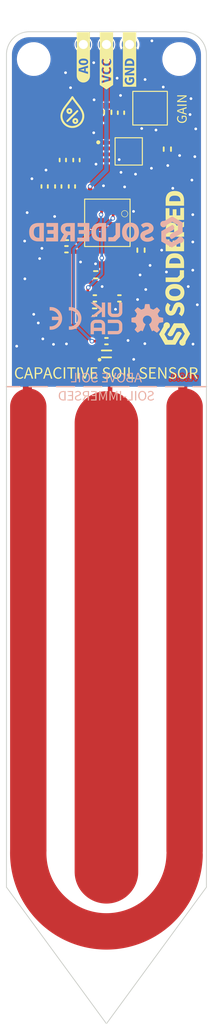
<source format=kicad_pcb>
(kicad_pcb (version 20211014) (generator pcbnew)
  (title_block (title "Capacitive soil sensor") (date "2022-11-10") (rev "V2.0.0.") (company "SOLDERED") (comment 1 "333098"))
  (layers (0 "F.Cu" signal) (31 "B.Cu" signal) (34 "B.Paste" user) (35 "F.Paste" user) (36 "B.SilkS" user "B.Silkscreen") (37 "F.SilkS" user "F.Silkscreen") (38 "B.Mask" user) (39 "F.Mask" user) (44 "Edge.Cuts" user))
  (net 0 "")
  (net 1 "VSEN")
  (net 2 "GND")
  (net 3 "Net-(C2-Pad2)")
  (net 4 "Net-(C7-Pad1)")
  (net 5 "VCC")
  (net 6 "Net-(C4-Pad2)")
  (net 7 "Net-(D1-Pad1)")
  (net 8 "Net-(R2-Pad2)")
  (net 9 "OUT")
  (net 10 "Net-(R3-Pad1)")
  (net 11 "IN+")
  (net 12 "Net-(R6-Pad1)")
  (net 13 "IN-")
  (net 14 "Net-(R10-Pad2)")
  (net 15 "Net-(U2-Pad6)")
  (footprint "e-radionica.com footprinti:0603R" (layer "F.Cu") (at 93.3 65.1 90)
    (fp_text reference "R5")
    (fp_text value "10k")
    (pad "1" smd rect locked (at -0.775 0 180) (size 1 0.64) (layers "F.Cu" "F.Paste" "F.Mask") (net 1 "VSEN"))
    (pad "2" smd rect locked (at 0.775 0 180) (size 1 0.64) (layers "F.Cu" "F.Paste" "F.Mask") (net 11 "IN+"))
  )
  (footprint "kibuzzard-640EEC1D" (layer "F.Cu") (at 94.56 50.875 90)
    (fp_text reference "kibuzzard-640EEC1D" hide)
    (fp_text value "G***" hide)
  )
  (footprint "Soldered Graphics:Logo-Back-UKCA-3.5mm" (layer "F.Cu") (at 97.1 79.6)
    (fp_text reference "REF**" hide)
    (fp_text value "Logo-Back-UKCA-3.5mm" hide)
  )
  (footprint "e-radionica.com footprinti:MSOP-8" (layer "F.Cu") (at 99.55 61.25 -90)
    (fp_text reference "U2")
    (fp_text value "SGM358YMS/TR")
    (pad "1" smd rect (at -0.975 2.4) (size 1.02 0.41) (layers "F.Cu" "F.Paste" "F.Mask") (net 9 "OUT"))
    (pad "2" smd rect (at -0.325 2.4) (size 1.02 0.41) (layers "F.Cu" "F.Paste" "F.Mask") (net 13 "IN-"))
    (pad "3" smd rect (at 0.325 2.4) (size 1.02 0.41) (layers "F.Cu" "F.Paste" "F.Mask") (net 11 "IN+"))
    (pad "4" smd rect (at 0.975 2.4) (size 1.02 0.41) (layers "F.Cu" "F.Paste" "F.Mask") (net 2 "GND"))
    (pad "5" smd rect (at 0.975 -2.4) (size 1.02 0.41) (layers "F.Cu" "F.Paste" "F.Mask") (net 2 "GND"))
    (pad "6" smd rect (at 0.325 -2.4) (size 1.02 0.41) (layers "F.Cu" "F.Paste" "F.Mask") (net 15 "Net-(U2-Pad6)"))
    (pad "7" smd rect (at -0.325 -2.4) (size 1.02 0.41) (layers "F.Cu" "F.Paste" "F.Mask") (net 15 "Net-(U2-Pad6)"))
    (pad "8" smd rect (at -0.975 -2.4) (size 1.02 0.41) (layers "F.Cu" "F.Paste" "F.Mask") (net 5 "VCC"))
  )
  (footprint "Soldered Graphics:Logo-Back-SolderedFULL-17mm" (layer "F.Cu") (at 97.1 70.1)
    (fp_text reference "REF**" hide)
    (fp_text value "Logo-Front-SolderedFULL-17mm" hide)
  )
  (footprint "e-radionica.com footprinti:0603C" (layer "F.Cu") (at 103.8 61 -90)
    (fp_text reference "C8")
    (fp_text value "100n")
    (pad "1" smd rect locked (at -0.73 0 270) (size 0.66 1) (layers "F.Cu" "F.Paste" "F.Mask") (net 5 "VCC"))
    (pad "2" smd rect locked (at 0.73 0 270) (size 0.66 1) (layers "F.Cu" "F.Paste" "F.Mask") (net 2 "GND"))
  )
  (footprint "kibuzzard-640EEC4D" (layer "F.Cu") (at 99.64 51.1 90)
    (fp_text reference "kibuzzard-640EEC4D" hide)
    (fp_text value "G***" hide)
  )
  (footprint "e-radionica.com footprinti:0603R" (layer "F.Cu") (at 92.3 62.195 90)
    (fp_text reference "R11")
    (fp_text value "47k")
    (pad "1" smd rect locked (at -0.775 0 180) (size 1 0.64) (layers "F.Cu" "F.Paste" "F.Mask") (net 14 "Net-(R10-Pad2)"))
    (pad "2" smd rect locked (at 0.775 0 180) (size 1 0.64) (layers "F.Cu" "F.Paste" "F.Mask") (net 9 "OUT"))
  )
  (footprint "e-radionica.com footprinti:FIDUCIAL_23" (layer "F.Cu") (at 88.775 55.775)
    (fp_text reference "FD1")
    (fp_text value "FIDUCIAL")
    (fp_circle (center 0 0) (end 1 0) (layer "F.Cu") (width 0.2) (fill none))
    (pad "1" smd circle (at 0 0) (size 1 1) (layers "F.Cu" "F.Paste" "F.Mask") (clearance 1.1))
  )
  (footprint "e-radionica.com footprinti:0603R" (layer "F.Cu") (at 92.7 72 180)
    (fp_text reference "R1")
    (fp_text value "1M")
    (pad "1" smd rect locked (at -0.775 0 270) (size 1 0.64) (layers "F.Cu" "F.Paste" "F.Mask") (net 1 "VSEN"))
    (pad "2" smd rect locked (at 0.775 0 270) (size 1 0.64) (layers "F.Cu" "F.Paste" "F.Mask") (net 2 "GND"))
  )
  (footprint "kibuzzard-640EEC23" (layer "F.Cu") (at 97.1 51.25 90)
    (fp_text reference "kibuzzard-640EEC23" hide)
    (fp_text value "G***" hide)
  )
  (footprint "e-radionica.com footprinti:0603C" (layer "F.Cu") (at 100.9 72.1 90)
    (fp_text reference "C3")
    (fp_text value "100n")
    (pad "1" smd rect locked (at -0.73 0 90) (size 0.66 1) (layers "F.Cu" "F.Paste" "F.Mask") (net 2 "GND"))
    (pad "2" smd rect locked (at 0.73 0 90) (size 0.66 1) (layers "F.Cu" "F.Paste" "F.Mask") (net 5 "VCC"))
  )
  (footprint "Soldered Graphics:Logo-Back-OSH-3.5mm" (layer "F.Cu") (at 101.6 79.6)
    (fp_text reference "G***" hide)
    (fp_text value "LOGO" hide)
  )
  (footprint "e-radionica.com footprinti:SOIC−8" (layer "F.Cu") (at 97.2 69.1 -90)
    (fp_text reference "U1")
    (fp_text value "TLC555CD")
    (pad "1" smd rect locked (at -2.6 -1.905 270) (size 1.55 0.6) (layers "F.Cu" "F.Paste" "F.Mask") (net 2 "GND"))
    (pad "2" smd rect locked (at -2.6 -0.635 270) (size 1.55 0.6) (layers "F.Cu" "F.Paste" "F.Mask") (net 6 "Net-(C4-Pad2)"))
    (pad "3" smd rect locked (at -2.6 0.635 270) (size 1.55 0.6) (layers "F.Cu" "F.Paste" "F.Mask") (net 8 "Net-(R2-Pad2)"))
    (pad "4" smd rect locked (at -2.6 1.905 270) (size 1.55 0.6) (layers "F.Cu" "F.Paste" "F.Mask") (net 5 "VCC"))
    (pad "5" smd rect locked (at 2.6 1.905 270) (size 1.55 0.6) (layers "F.Cu" "F.Paste" "F.Mask") (net 3 "Net-(C2-Pad2)"))
    (pad "6" smd rect locked (at 2.6 0.635 270) (size 1.55 0.6) (layers "F.Cu" "F.Paste" "F.Mask") (net 6 "Net-(C4-Pad2)"))
    (pad "7" smd rect locked (at 2.6 -0.635 270) (size 1.55 0.6) (layers "F.Cu" "F.Paste" "F.Mask") (net 10 "Net-(R3-Pad1)"))
    (pad "8" smd rect locked (at 2.6 -1.905 270) (size 1.55 0.6) (layers "F.Cu" "F.Paste" "F.Mask") (net 5 "VCC"))
  )
  (footprint "e-radionica.com footprinti:0603C" (layer "F.Cu") (at 97.25 56.95 -90)
    (fp_text reference "C7")
    (fp_text value "100n")
    (pad "1" smd rect locked (at -0.73 0 270) (size 0.66 1) (layers "F.Cu" "F.Paste" "F.Mask") (net 4 "Net-(C7-Pad1)"))
    (pad "2" smd rect locked (at 0.73 0 270) (size 0.66 1) (layers "F.Cu" "F.Paste" "F.Mask") (net 2 "GND"))
  )
  (footprint "e-radionica.com footprinti:SOD-323" (layer "F.Cu") (at 97.1 83.503198 180)
    (fp_text reference "D1")
    (fp_text value "BAT20J")
    (pad "1" smd rect locked (at -1.1 0 180) (size 0.8 0.5) (layers "F.Cu" "F.Paste" "F.Mask") (net 7 "Net-(D1-Pad1)"))
    (pad "2" smd rect locked (at 1.1 0 180) (size 0.8 0.5) (layers "F.Cu" "F.Paste" "F.Mask") (net 1 "VSEN"))
  )
  (footprint "e-radionica.com footprinti:tc33x-2-103e" (layer "F.Cu") (at 101.9 56.5 90)
    (fp_text reference "R8")
    (fp_text value "tc33x-2-103e")
    (pad "1" smd rect (at -1 1.8 90) (size 1.2 1.2) (layers "F.Cu" "F.Paste" "F.Mask") (net 5 "VCC"))
    (pad "2" smd rect (at 0 -1.45 90) (size 1.6 1.5) (layers "F.Cu" "F.Paste" "F.Mask") (net 4 "Net-(C7-Pad1)"))
    (pad "3" smd rect (at 1 1.8 90) (size 1.2 1.2) (layers "F.Cu" "F.Paste" "F.Mask") (net 2 "GND"))
  )
  (footprint "e-radionica.com footprinti:0603R" (layer "F.Cu") (at 97.1 82.1 180)
    (fp_text reference "R2")
    (fp_text value "10K")
    (pad "1" smd rect locked (at -0.775 0 270) (size 1 0.64) (layers "F.Cu" "F.Paste" "F.Mask") (net 7 "Net-(D1-Pad1)"))
    (pad "2" smd rect locked (at 0.775 0 270) (size 1 0.64) (layers "F.Cu" "F.Paste" "F.Mask") (net 8 "Net-(R2-Pad2)"))
  )
  (footprint "e-radionica.com footprinti:0603R" (layer "F.Cu") (at 95.825 77.4 180)
    (fp_text reference "R4")
    (fp_text value "1K6")
    (pad "1" smd rect locked (at -0.775 0 270) (size 1 0.64) (layers "F.Cu" "F.Paste" "F.Mask") (net 10 "Net-(R3-Pad1)"))
    (pad "2" smd rect locked (at 0.775 0 270) (size 1 0.64) (layers "F.Cu" "F.Paste" "F.Mask") (net 6 "Net-(C4-Pad2)"))
  )
  (footprint "e-radionica.com footprinti:0603R" (layer "F.Cu") (at 91.8 65.1 90)
    (fp_text reference "R6")
    (fp_text value "47k")
    (pad "1" smd rect locked (at -0.775 0 180) (size 1 0.64) (layers "F.Cu" "F.Paste" "F.Mask") (net 12 "Net-(R6-Pad1)"))
    (pad "2" smd rect locked (at 0.775 0 180) (size 1 0.64) (layers "F.Cu" "F.Paste" "F.Mask") (net 11 "IN+"))
  )
  (footprint "e-radionica.com footprinti:0603R" (layer "F.Cu") (at 93.8 62.2 -90)
    (fp_text reference "R10")
    (fp_text value "100k")
    (pad "1" smd rect locked (at -0.775 0) (size 1 0.64) (layers "F.Cu" "F.Paste" "F.Mask") (net 13 "IN-"))
    (pad "2" smd rect locked (at 0.775 0) (size 1 0.64) (layers "F.Cu" "F.Paste" "F.Mask") (net 14 "Net-(R10-Pad2)"))
  )
  (footprint "Soldered Graphics:Symbol-Front-Humidity" (layer "F.Cu") (at 93.35 56.925)
    (fp_text reference "G***" hide)
    (fp_text value "LOGO" hide)
  )
  (footprint "e-radionica.com footprinti:PAD_2x1.5" (layer "F.Cu") (at 97.1 90.85)
    (fp_text reference "PAD1")
    (fp_text value "PAD_2x1.5")
    (pad "1" smd rect (at 0 0) (size 2 1.5) (layers "F.Cu") (net 7 "Net-(D1-Pad1)"))
  )
  (footprint "e-radionica.com footprinti:0603R" (layer "F.Cu") (at 98.7 57 -90)
    (fp_text reference "R9")
    (fp_text value "10k")
    (pad "1" smd rect locked (at -0.775 0) (size 1 0.64) (layers "F.Cu" "F.Paste" "F.Mask") (net 4 "Net-(C7-Pad1)"))
    (pad "2" smd rect locked (at 0.775 0) (size 1 0.64) (layers "F.Cu" "F.Paste" "F.Mask") (net 13 "IN-"))
  )
  (footprint "kibuzzard-640EEBBD" (layer "F.Cu") (at 97.1 85.6)
    (fp_text reference "kibuzzard-640EEBBD" hide)
    (fp_text value "G***" hide)
  )
  (footprint "e-radionica.com footprinti:0603C" (layer "F.Cu") (at 95.8 78.9 180)
    (fp_text reference "C4")
    (fp_text value "470p")
    (pad "1" smd rect locked (at -0.73 0 180) (size 0.66 1) (layers "F.Cu" "F.Paste" "F.Mask") (net 2 "GND"))
    (pad "2" smd rect locked (at 0.73 0 180) (size 0.66 1) (layers "F.Cu" "F.Paste" "F.Mask") (net 6 "Net-(C4-Pad2)"))
  )
  (footprint "e-radionica.com footprinti:HOLE_3.2mm" (layer "F.Cu") (at 89.1 51.1)
    (fp_text reference "H1" hide)
    (fp_text value "HOLE_3.2mm" hide)
    (pad "" np_thru_hole circle locked (at 0 0) (size 3.2 3.2) (drill 3.2) (layers F&B.Cu *.Mask))
  )
  (footprint "Soldered Graphics:Logo-Front-SolderedFULL-17mm" (layer "F.Cu") (at 104.6 74.1 90)
    (fp_text reference "REF**" hide)
    (fp_text value "Logo-Front-SolderedFULL-17mm" hide)
  )
  (footprint "e-radionica.com footprinti:PAD_2x1.5" (layer "F.Cu") (at 105.6 91)
    (fp_text reference "PAD2")
    (fp_text value "PAD_2x1.5")
    (pad "1" smd rect (at 0 0) (size 2 1.5) (layers "F.Cu") (net 2 "GND"))
  )
  (footprint "Soldered Graphics:Logo-Back-CE-3.5mm" (layer "F.Cu") (at 92.6 79.6)
    (fp_text reference "REF**" hide)
    (fp_text value "Logo-Back-CE-3.5mm" hide)
  )
  (footprint "e-radionica.com footprinti:0603R" (layer "F.Cu") (at 90.3 65.1 -90)
    (fp_text reference "R7")
    (fp_text value "100k")
    (pad "1" smd rect locked (at -0.775 0) (size 1 0.64) (layers "F.Cu" "F.Paste" "F.Mask") (net 2 "GND"))
    (pad "2" smd rect locked (at 0.775 0) (size 1 0.64) (layers "F.Cu" "F.Paste" "F.Mask") (net 12 "Net-(R6-Pad1)"))
  )
  (footprint "e-radionica.com footprinti:HOLE_3.2mm" (layer "F.Cu") (at 105.1 51.1)
    (fp_text reference "H2" hide)
    (fp_text value "HOLE_3.2mm" hide)
    (pad "" np_thru_hole circle locked (at 0 0) (size 3.2 3.2) (drill 3.2) (layers F&B.Cu *.Mask))
  )
  (footprint "e-radionica.com footprinti:0603C" (layer "F.Cu") (at 95.925 74.8 180)
    (fp_text reference "C2")
    (fp_text value "10n")
    (pad "1" smd rect locked (at -0.73 0 180) (size 0.66 1) (layers "F.Cu" "F.Paste" "F.Mask") (net 2 "GND"))
    (pad "2" smd rect locked (at 0.73 0 180) (size 0.66 1) (layers "F.Cu" "F.Paste" "F.Mask") (net 3 "Net-(C2-Pad2)"))
  )
  (footprint "kibuzzard-64D67540" (layer "F.Cu") (at 105.4 56.6 90)
    (fp_text reference "kibuzzard-64D67540" hide)
    (fp_text value "G***" hide)
  )
  (footprint "e-radionica.com footprinti:0603C" (layer "F.Cu") (at 92.7 70.6 180)
    (fp_text reference "C1")
    (fp_text value "1u")
    (pad "1" smd rect locked (at -0.73 0 180) (size 0.66 1) (layers "F.Cu" "F.Paste" "F.Mask") (net 1 "VSEN"))
    (pad "2" smd rect locked (at 0.73 0 180) (size 0.66 1) (layers "F.Cu" "F.Paste" "F.Mask") (net 2 "GND"))
  )
  (footprint "e-radionica.com footprinti:0603R" (layer "F.Cu") (at 98.525 77.4)
    (fp_text reference "R3")
    (fp_text value "330R")
    (pad "1" smd rect locked (at -0.775 0 90) (size 1 0.64) (layers "F.Cu" "F.Paste" "F.Mask") (net 10 "Net-(R3-Pad1)"))
    (pad "2" smd rect locked (at 0.775 0 90) (size 1 0.64) (layers "F.Cu" "F.Paste" "F.Mask") (net 5 "VCC"))
  )
  (footprint "e-radionica.com footprinti:HEADER_MALE_3X1" (layer "B.Cu") (at 97.1 49.5)
    (fp_text reference "K1")
    (fp_text value "HEADER_MALE_3X1")
    (pad "1" thru_hole circle (at -2.54 0) (size 1.7 1.7) (drill 1) (layers *.Cu *.Mask) (net 9 "OUT"))
    (pad "2" thru_hole circle (at 0 0) (size 1.7 1.7) (drill 1) (layers *.Cu *.Mask) (net 5 "VCC"))
    (pad "3" thru_hole circle (at 2.54 0) (size 1.7 1.7) (drill 1) (layers *.Cu *.Mask) (net 2 "GND"))
  )
  (footprint "kibuzzard-640EEB9C" (layer "B.Cu") (at 97.1 86.1 180)
    (fp_text reference "kibuzzard-640EEB9C" hide)
    (fp_text value "G***" hide)
  )
  (footprint "kibuzzard-64D5F0BC" (layer "B.Cu") (at 97.1 88.1 180)
    (fp_text reference "kibuzzard-64D5F0BC" hide)
    (fp_text value "G***" hide)
  )
  (footprint "Soldered Graphics:Version2.0.0." (layer "B.Cu") (at 105.6 86.1 180)
    (fp_text reference "REF**" hide)
    (fp_text value "Version2.0.0." hide)
    (fp_poly (pts (xy -1.36 -0.31) (xy -1.3 -0.31) (xy -1.27 -0.27) (xy -1.12 0.14) (xy -1.14 0.17) (xy -1.19 0.17) (xy -1.22 0.14) (xy -1.31 -0.12) (xy -1.33 -0.17) (xy -1.35 -0.13) (xy -1.44 0.13) (xy -1.47 0.17) (xy -1.52 0.17) (xy -1.54 0.14) (xy -1.39 -0.27) (xy -1.36 -0.31)) (layer "B.Cu") (width 0.01) (fill solid))
    (fp_poly (pts (xy -0.86 -0.31) (xy -0.53 -0.31) (xy -0.49 -0.29) (xy -0.49 -0.24) (xy -0.53 -0.23) (xy -0.75 -0.23) (xy -0.74 -0.19) (xy -0.57 0.02) (xy -0.54 0.07) (xy -0.52 0.12) (xy -0.5 0.17) (xy -0.5 0.22) (xy -0.51 0.28) (xy -0.52 0.33) (xy -0.55 0.36) (xy -0.6 0.4) (xy -0.65 0.42) (xy -0.71 0.42) (xy -0.77 0.4) (xy -0.81 0.36) (xy -0.84 0.33) (xy -0.86 0.28) (xy -0.87 0.23) (xy -0.86 0.18) (xy -0.8 0.18) (xy -0.78 0.22) (xy -0.77 0.27) (xy -0.74 0.31) (xy -0.69 0.33) (xy -0.64 0.33) (xy -0.6 0.28) (xy -0.59 0.23) (xy -0.6 0.18) (xy -0.61 0.13) (xy -0.64 0.08) (xy -0.85 -0.17) (xy -0.88 -0.22) (xy -0.88 -0.27) (xy -0.86 -0.31)) (layer "B.Cu") (width 0.01) (fill solid))
    (fp_poly (pts (xy 0.16 -0.31) (xy 0.22 -0.31) (xy 0.27 -0.29) (xy 0.24 -0.24) (xy 0.14 -0.24) (xy 0.1 -0.21) (xy 0.08 -0.16) (xy 0.06 -0.11) (xy 0.06 -0.07) (xy 0.05 0.05) (xy 0.06 0.17) (xy 0.06 0.21) (xy 0.07 0.26) (xy 0.1 0.31) (xy 0.13 0.34) (xy 0.24 0.34) (xy 0.27 0.3) (xy 0.28 0.25) (xy 0.29 0.19) (xy 0.3 0.09) (xy 0.3 -0.04) (xy 0.29 -0.08) (xy 0.29 -0.13) (xy 0.27 -0.18) (xy 0.25 -0.23) (xy 0.24 -0.24) (xy 0.28 -0.28) (xy 0.32 -0.25) (xy 0.35 -0.22) (xy 0.37 -0.18) (xy 0.38 -0.12) (xy 0.39 -0.07) (xy 0.39 -0.02) (xy 0.39 0.1) (xy 0.39 0.16) (xy 0.38 0.21) (xy 0.37 0.26) (xy 0.36 0.31) (xy 0.33 0.34) (xy 0.29 0.38) (xy 0.24 0.41) (xy 0.18 0.42) (xy 0.13 0.42) (xy 0.07 0.39) (xy 0.03 0.35) (xy 0.01 0.32) (xy -0.02 0.27) (xy -0.03 0.22) (xy -0.03 0.17) (xy -0.04 0.12) (xy -0.04 0) (xy -0.04 -0.06) (xy -0.03 -0.1) (xy -0.02 -0.16) (xy 0 -0.21) (xy 0.02 -0.24) (xy 0.06 -0.28) (xy 0.12 -0.31) (xy 0.16 -0.31)) (layer "B.Cu") (width 0.01) (fill solid))
    (fp_poly (pts (xy 1.04 -0.31) (xy 1.1 -0.31) (xy 1.15 -0.29) (xy 1.12 -0.24) (xy 1.01 -0.24) (xy 0.97 -0.21) (xy 0.95 -0.16) (xy 0.94 -0.11) (xy 0.93 -0.07) (xy 0.93 0.05) (xy 0.93 0.17) (xy 0.94 0.21) (xy 0.95 0.26) (xy 0.97 0.31) (xy 1.01 0.34) (xy 1.12 0.34) (xy 1.14 0.3) (xy 1.16 0.25) (xy 1.17 0.19) (xy 1.17 0.09) (xy 1.17 -0.04) (xy 1.17 -0.08) (xy 1.16 -0.13) (xy 1.15 -0.18) (xy 1.12 -0.23) (xy 1.12 -0.24) (xy 1.15 -0.28) (xy 1.2 -0.25) (xy 1.23 -0.22) (xy 1.25 -0.18) (xy 1.26 -0.12) (xy 1.26 -0.07) (xy 1.27 -0.02) (xy 1.27 0.1) (xy 1.26 0.16) (xy 1.26 0.21) (xy 1.25 0.26) (xy 1.23 0.31) (xy 1.21 0.34) (xy 1.17 0.38) (xy 1.12 0.41) (xy 1.06 0.42) (xy 1.01 0.42) (xy 0.95 0.39) (xy 0.91 0.35) (xy 0.88 0.32) (xy 0.86 0.27) (xy 0.85 0.22) (xy 0.84 0.17) (xy 0.84 0.12) (xy 0.84 0) (xy 0.84 -0.06) (xy 0.85 -0.1) (xy 0.86 -0.16) (xy 0.88 -0.21) (xy 0.9 -0.24) (xy 0.94 -0.28) (xy 1 -0.31) (xy 1.04 -0.31)) (layer "B.Cu") (width 0.01) (fill solid))
    (fp_poly (pts (xy -0.34 -0.34) (xy -0.29 -0.34) (xy -0.23 -0.33) (xy -0.23 -0.29) (xy -0.23 -0.23) (xy -0.27 -0.22) (xy -0.32 -0.22) (xy -0.35 -0.25) (xy -0.35 -0.3) (xy -0.34 -0.34)) (layer "B.Cu") (width 0.01) (fill solid))
    (fp_poly (pts (xy 1.42 -0.34) (xy 1.47 -0.34) (xy 1.52 -0.33) (xy 1.53 -0.29) (xy 1.53 -0.23) (xy 1.48 -0.22) (xy 1.43 -0.22) (xy 1.4 -0.25) (xy 1.4 -0.3) (xy 1.42 -0.34)) (layer "B.Cu") (width 0.01) (fill solid))
    (fp_poly (pts (xy 0.54 -0.34) (xy 0.59 -0.34) (xy 0.64 -0.33) (xy 0.65 -0.29) (xy 0.65 -0.23) (xy 0.61 -0.22) (xy 0.56 -0.22) (xy 0.52 -0.25) (xy 0.52 -0.3) (xy 0.54 -0.34)) (layer "B.Cu") (width 0.01) (fill solid))
  )
  (gr_line (start 97.1 140.4) (end 97.1 91.1) (layer "F.Cu") (width 7))
  (gr_line (start 105.7 138.069599) (end 105.7 89.3) (layer "F.Cu") (width 4))
  (gr_line (start 88.5 138.069599) (end 88.5 89.3) (layer "F.Cu") (width 4))
  (gr_arc (start 105.699997 138.569597) (mid 96.849125 146.949669) (end 88.5 138.069599) (layer "F.Cu") (width 4))
  (gr_line (start 91.6 87.1) (end 93.6 87.1) (layer "B.SilkS") (width 0.15))
  (gr_line (start 86.1 87.1) (end 87.6 87.1) (layer "B.SilkS") (width 0.15))
  (gr_line (start 103.6 87.1) (end 105.6 87.1) (layer "B.SilkS") (width 0.15))
  (gr_line (start 106.6 87.1) (end 108.1 87.1) (layer "B.SilkS") (width 0.15))
  (gr_line (start 99.6 87.1) (end 97.6 87.1) (layer "B.SilkS") (width 0.15))
  (gr_line (start 100.6 87.1) (end 102.6 87.1) (layer "B.SilkS") (width 0.15))
  (gr_line (start 94.6 87.1) (end 96.6 87.1) (layer "B.SilkS") (width 0.15))
  (gr_line (start 88.6 87.1) (end 90.6 87.1) (layer "B.SilkS") (width 0.15))
  (gr_line (start 103.6 87.1) (end 105.6 87.1) (layer "F.SilkS") (width 0.15))
  (gr_line (start 88.6 87.1) (end 90.6 87.1) (layer "F.SilkS") (width 0.15))
  (gr_line (start 96.6 87.1) (end 94.6 87.1) (layer "F.SilkS") (width 0.15))
  (gr_line (start 91.6 87.1) (end 93.6 87.1) (layer "F.SilkS") (width 0.15))
  (gr_line (start 97.6 87.1) (end 99.6 87.1) (layer "F.SilkS") (width 0.15))
  (gr_line (start 86.1 87.1) (end 87.6 87.1) (layer "F.SilkS") (width 0.15))
  (gr_line (start 106.6 87.1) (end 108.1 87.1) (layer "F.SilkS") (width 0.15))
  (gr_line (start 100.6 87.1) (end 102.6 87.1) (layer "F.SilkS") (width 0.15))
  (gr_line (start 88.6 48.1) (end 105.6 48.1) (layer "Edge.Cuts") (width 0.1))
  (gr_arc (start 105.6 48.1) (mid 107.367767 48.832233) (end 108.1 50.6) (layer "Edge.Cuts") (width 0.1))
  (gr_line (start 97.1 157.1) (end 86.1 142.1) (layer "Edge.Cuts") (width 0.1))
  (gr_line (start 108.1 50.6) (end 108.1 142.1) (layer "Edge.Cuts") (width 0.1))
  (gr_arc (start 86.1 50.6) (mid 86.832233 48.832233) (end 88.6 48.1) (layer "Edge.Cuts") (width 0.1))
  (gr_line (start 86.1 142.1) (end 86.1 50.6) (layer "Edge.Cuts") (width 0.1))
  (gr_line (start 97.1 157.1) (end 108.1 142.1) (layer "Edge.Cuts") (width 0.1))
  (segment (start 93.475 66.05) (end 93.475 72) (width 0.4) (layer "F.Cu") (net 1))
  (segment (start 93.3 65.875) (end 93.475 66.05) (width 0.4) (layer "F.Cu") (net 1))
  (segment (start 93.475 72) (end 93.475 81.775) (width 0.4) (layer "F.Cu") (net 1))
  (segment (start 95.203198 83.503198) (end 96 83.503198) (width 0.4) (layer "F.Cu") (net 1))
  (segment (start 93.475 81.775) (end 95.203198 83.503198) (width 0.4) (layer "F.Cu") (net 1))
  (segment (start 88.4 85.5) (end 88.4 90.9) (width 1) (layer "F.Cu") (net 2))
  (segment (start 105.5 85.5) (end 105.5 90.9) (width 1) (layer "F.Cu") (net 2))
  (via (at 98.1 78.6) (size 0.5) (drill 0.3) (layers "F.Cu" "B.Cu") (net 2))
  (via (at 95.74 55.58) (size 0.5) (drill 0.3) (layers "F.Cu" "B.Cu") (net 2))
  (via (at 95.7 51.5) (size 0.5) (drill 0.3) (layers "F.Cu" "B.Cu") (net 2))
  (via (at 100.3 63.75) (size 0.5) (drill 0.3) (layers "F.Cu" "B.Cu") (net 2))
  (via (at 105.15 61.7) (size 0.5) (drill 0.3) (layers "F.Cu" "B.Cu") (net 2))
  (via (at 98.7 63.55) (size 0.5) (drill 0.3) (layers "F.Cu" "B.Cu") (net 2))
  (via (at 88.9 64.25) (size 0.5) (drill 0.3) (layers "F.Cu" "B.Cu") (net 2))
  (via (at 100.08 67.84) (size 0.5) (drill 0.3) (layers "F.Cu" "B.Cu") (net 2))
  (via (at 100.1 84.1) (size 0.5) (drill 0.3) (layers "F.Cu" "B.Cu") (net 2))
  (via (at 95.9 73.6) (size 0.5) (drill 0.3) (layers "F.Cu" "B.Cu") (net 2))
  (via (at 101.35 53.35) (size 0.5) (drill 0.3) (layers "F.Cu" "B.Cu") (net 2))
  (via (at 88.375 67.975) (size 0.5) (drill 0.3) (layers "F.Cu" "B.Cu") (net 2))
  (via (at 90.45 63.3) (size 0.5) (drill 0.3) (layers "F.Cu" "B.Cu") (net 2))
  (via (at 103.35 54.175) (size 0.5) (drill 0.3) (layers "F.Cu" "B.Cu") (net 2))
  (via (at 106.6 74.3) (size 0.5) (drill 0.3) (layers "F.Cu" "B.Cu") (net 2))
  (via (at 103.175 72.1) (size 0.5) (drill 0.3) (layers "F.Cu" "B.Cu") (net 2))
  (via (at 101.425 76.425) (size 0.5) (drill 0.3) (layers "F.Cu" "B.Cu") (net 2))
  (via (at 100.525 77.525) (size 0.5) (drill 0.3) (layers "F.Cu" "B.Cu") (net 2))
  (via (at 96.625 76.1) (size 0.5) (drill 0.3) (layers "F.Cu" "B.Cu") (net 2))
  (via (at 106.5 64.4) (size 0.5) (drill 0.3) (layers "F.Cu" "B.Cu") (net 2))
  (via (at 90 71.9) (size 0.5) (drill 0.3) (layers "F.Cu" "B.Cu") (net 2))
  (via (at 106.1 76.1) (size 0.5) (drill 0.3) (layers "F.Cu" "B.Cu") (net 2))
  (via (at 95.7 59.2) (size 0.5) (drill 0.3) (layers "F.Cu" "B.Cu") (net 2))
  (via (at 92.6 52.6) (size 0.5) (drill 0.3) (layers "F.Cu" "B.Cu") (net 2))
  (via (at 106.925 58.775) (size 0.5) (drill 0.3) (layers "F.Cu" "B.Cu") (net 2))
  (via (at 96.775 65.025) (size 0.5) (drill 0.3) (layers "F.Cu" "B.Cu") (net 2))
  (via (at 102.55 58.9) (size 0.5) (drill 0.3) (layers "F.Cu" "B.Cu") (net 2))
  (via (at 106.4 55.45) (size 0.5) (drill 0.3) (layers "F.Cu" "B.Cu") (net 2))
  (via (at 102.1 49.1) (size 0.5) (drill 0.3) (layers "F.Cu" "B.Cu") (net 2))
  (via (at 89.75 73.025) (size 0.5) (drill 0.3) (layers "F.Cu" "B.Cu") (net 2))
  (via (at 93.15 54.25) (size 0.5) (drill 0.3) (layers "F.Cu" "B.Cu") (net 2))
  (via (at 99.475 82.025) (size 0.5) (drill 0.3) (layers "F.Cu" "B.Cu") (net 2))
  (via (at 101.9 73.775) (size 0.5) (drill 0.3) (layers "F.Cu" "B.Cu") (net 2))
  (via (at 88.125 75.25) (size 0.5) (drill 0.3) (layers "F.Cu" "B.Cu") (net 2))
  (via (at 89.6 80.1) (size 0.5) (drill 0.3) (layers "F.Cu" "B.Cu") (net 2))
  (via (at 91.4 68.4) (size 0.5) (drill 0.3) (layers "F.Cu" "B.Cu") (net 2))
  (via (at 104.4 65.3) (size 0.5) (drill 0.3) (layers "F.Cu" "B.Cu") (net 2))
  (via (at 88.1 71.1) (size 0.5) (drill 0.3) (layers "F.Cu" "B.Cu") (net 2))
  (via (at 91.275 82.45) (size 0.5) (drill 0.3) (layers "F.Cu" "B.Cu") (net 2))
  (via (at 94.25 73.4) (size 0.5) (drill 0.3) (layers "F.Cu" "B.Cu") (net 2))
  (via (at 87.225 82.65) (size 0.5) (drill 0.3) (layers "F.Cu" "B.Cu") (net 2))
  (via (at 92.7 82.4) (size 0.5) (drill 0.3) (layers "F.Cu" "B.Cu") (net 2))
  (via (at 106.6 68.2) (size 0.5) (drill 0.3) (layers "F.Cu" "B.Cu") (net 2))
  (via (at 90.1 81.85) (size 0.5) (drill 0.3) (layers "F.Cu" "B.Cu") (net 2))
  (via (at 98.275 53.2) (size 0.5) (drill 0.3) (layers "F.Cu" "B.Cu") (net 2))
  (via (at 106.3 57.2) (size 0.5) (drill 0.3) (layers "F.Cu" "B.Cu") (net 2))
  (via (at 103.7 74.5) (size 0.5) (drill 0.3) (layers "F.Cu" "B.Cu") (net 2))
  (via (at 103.85 62.8) (size 0.5) (drill 0.3) (layers "F.Cu" "B.Cu") (net 2))
  (via (at 106.825 61.825) (size 0.5) (drill 0.3) (layers "F.Cu" "B.Cu") (net 2))
  (via (at 102.05 63.1) (size 0.5) (drill 0.3) (layers "F.Cu" "B.Cu") (net 2))
  (via (at 99.1 65.15) (size 0.5) (drill 0.3) (layers "F.Cu" "B.Cu") (net 2))
  (via (at 106.625 82.425) (size 0.5) (drill 0.3) (layers "F.Cu" "B.Cu") (net 2))
  (via (at 98.65 55.1) (size 0.5) (drill 0.3) (layers "F.Cu" "B.Cu") (net 2))
  (via (at 100.98 58.73) (size 0.5) (drill 0.3) (layers "F.Cu" "B.Cu") (net 2))
  (via (at 106.6 71.2) (size 0.5) (drill 0.3) (layers "F.Cu" "B.Cu") (net 2))
  (via (at 95.95 62.65) (size 0.5) (drill 0.3) (layers "F.Cu" "B.Cu") (net 2))
  (via (at 101.325 82.375) (size 0.5) (drill 0.3) (layers "F.Cu" "B.Cu") (net 2))
  (via (at 89.1 79.15) (size 0.5) (drill 0.3) (layers "F.Cu" "B.Cu") (net 2))
  (via (at 98.5 62.15) (size 0.5) (drill 0.3) (layers "F.Cu" "B.Cu") (net 2))
  (via (at 100.8 74.825) (size 0.5) (drill 0.3) (layers "F.Cu" "B.Cu") (net 2))
  (via (at 107.1 78.1) (size 0.5) (drill 0.3) (layers "F.Cu" "B.Cu") (net 2))
  (segment (start 95.195 71.8) (end 95.295 71.7) (width 0.3) (layer "F.Cu") (net 3))
  (segment (start 95.195 74.8) (end 95.195 71.8) (width 0.3) (layer "F.Cu") (net 3))
  (segment (start 100.175 56.225) (end 100.45 56.5) (width 0.5) (layer "F.Cu") (net 4))
  (segment (start 97.255 56.225) (end 97.25 56.22) (width 0.5) (layer "F.Cu") (net 4))
  (segment (start 98.7 56.225) (end 100.175 56.225) (width 0.5) (layer "F.Cu") (net 4))
  (segment (start 98.7 56.225) (end 97.255 56.225) (width 0.5) (layer "F.Cu") (net 4))
  (segment (start 100.03 71.37) (end 99.7 71.7) (width 0.5) (layer "F.Cu") (net 5))
  (segment (start 103.8 57.6) (end 103.8 60.27) (width 0.5) (layer "F.Cu") (net 5))
  (segment (start 97.1 49.5) (end 97.1 50.475) (width 0.5) (layer "F.Cu") (net 5))
  (segment (start 103.8 60.27) (end 101.955 60.27) (width 0.5) (layer "F.Cu") (net 5))
  (segment (start 95.3 66.495) (end 95.295 66.5) (width 0.5) (layer "F.Cu") (net 5))
  (segment (start 99.3 76.46) (end 99.105 76.265) (width 0.5) (layer "F.Cu") (net 5))
  (segment (start 101.955 60.27) (end 101.95 60.275) (width 0.5) (layer "F.Cu") (net 5))
  (segment (start 99.3 77.4) (end 99.3 76.46) (width 0.5) (layer "F.Cu") (net 5))
  (segment (start 95.75 69.75) (end 100.25 69.75) (width 0.5) (layer "F.Cu") (net 5))
  (segment (start 100.9 70.4) (end 100.9 71.37) (width 0.5) (layer "F.Cu") (net 5))
  (segment (start 100.25 69.75) (end 100.9 70.4) (width 0.5) (layer "F.Cu") (net 5))
  (segment (start 97.1 50.475) (end 102.225 55.6) (width 0.5) (layer "F.Cu") (net 5))
  (segment (start 103.7 57.5) (end 103.8 57.6) (width 0.5) (layer "F.Cu") (net 5))
  (segment (start 102.225 57) (end 102.725 57.5) (width 0.5) (layer "F.Cu") (net 5))
  (segment (start 95.295 66.5) (end 95.295 68.305) (width 0.5) (layer "F.Cu") (net 5))
  (segment (start 100.9 71.37) (end 100.03 71.37) (width 0.5) (layer "F.Cu") (net 5))
  (segment (start 95.3 65.1) (end 95.3 66.495) (width 0.5) (layer "F.Cu") (net 5))
  (segment (start 95.295 68.73) (end 95.295 69.295) (width 0.5) (layer "F.Cu") (net 5))
  (segment (start 102.225 55.6) (end 102.225 57) (width 0.5) (layer "F.Cu") (net 5))
  (segment (start 99.7 71.7) (end 99.105 71.7) (width 0.5) (layer "F.Cu") (net 5))
  (segment (start 99.105 76.265) (end 99.105 71.7) (width 0.5) (layer "F.Cu") (net 5))
  (segment (start 95.295 69.295) (end 95.75 69.75) (width 0.5) (layer "F.Cu") (net 5))
  (segment (start 95.295 68.305) (end 95.295 68.73) (width 0.5) (layer "F.Cu") (net 5))
  (segment (start 102.725 57.5) (end 103.7 57.5) (width 0.5) (layer "F.Cu") (net 5))
  (via (at 95.3 65.1) (size 0.5) (drill 0.3) (layers "F.Cu" "B.Cu") (net 5))
  (segment (start 97.1 63.3) (end 97.1 49.5) (width 0.5) (layer "B.Cu") (net 5))
  (segment (start 95.3 65.1) (end 97.1 63.3) (width 0.5) (layer "B.Cu") (net 5))
  (segment (start 95.05 78.88) (end 95.07 78.9) (width 0.3) (layer "F.Cu") (net 6))
  (segment (start 95.1 76.2) (end 95.05 76.25) (width 0.3) (layer "F.Cu") (net 6))
  (segment (start 96.59 71.725) (end 96.565 71.7) (width 0.3) (layer "F.Cu") (net 6))
  (segment (start 95.05 76.25) (end 95.05 77.4) (width 0.3) (layer "F.Cu") (net 6))
  (segment (start 96.59 72.96) (end 96.59 71.725) (width 0.3) (layer "F.Cu") (net 6))
  (segment (start 95.05 77.4) (end 95.05 78.88) (width 0.3) (layer "F.Cu") (net 6))
  (segment (start 97.835 68.565) (end 97.835 66.5) (width 0.3) (layer "F.Cu") (net 6))
  (segment (start 97.8 68.6) (end 97.835 68.565) (width 0.3) (layer "F.Cu") (net 6))
  (via (at 96.59 72.96) (size 0.5) (drill 0.3) (layers "F.Cu" "B.Cu") (net 6))
  (via (at 95.1 76.2) (size 0.5) (drill 0.3) (layers "F.Cu" "B.Cu") (net 6))
  (via (at 97.8 68.6) (size 0.5) (drill 0.3) (layers "F.Cu" "B.Cu") (net 6))
  (segment (start 96.59 72.96) (end 96.59 69.81) (width 0.3) (layer "B.Cu") (net 6))
  (segment (start 96.59 69.81) (end 97.8 68.6) (width 0.3) (layer "B.Cu") (net 6))
  (segment (start 96.59 74.71) (end 96.59 72.96) (width 0.3) (layer "B.Cu") (net 6))
  (segment (start 95.1 76.2) (end 96.59 74.71) (width 0.3) (layer "B.Cu") (net 6))
  (segment (start 98.2 85.4) (end 97.5 86.1) (width 0.5) (layer "F.Cu") (net 7))
  (segment (start 98.2 83.503198) (end 98.2 83.125) (width 0.3) (layer "F.Cu") (net 7))
  (segment (start 98.2 83.125) (end 97.875 82.8) (width 0.3) (layer "F.Cu") (net 7))
  (segment (start 97.875 82.8) (end 97.875 82.1) (width 0.3) (layer "F.Cu") (net 7))
  (segment (start 97.5 86.1) (end 97.5 90.8) (width 0.5) (layer "F.Cu") (net 7))
  (segment (start 98.2 83.503198) (end 98.2 85.4) (width 0.5) (layer "F.Cu") (net 7))
  (segment (start 95.5 82.1) (end 96.325 82.1) (width 0.3) (layer "F.Cu") (net 8))
  (segment (start 96.565 68.135) (end 96.565 66.5) (width 0.3) (layer "F.Cu") (net 8))
  (segment (start 96.5 68.2) (end 96.565 68.135) (width 0.3) (layer "F.Cu") (net 8))
  (via (at 95.5 82.1) (size 0.5) (drill 0.3) (layers "F.Cu" "B.Cu") (net 8))
  (via (at 96.5 68.2) (size 0.5) (drill 0.3) (layers "F.Cu" "B.Cu") (net 8))
  (segment (start 93.5 72) (end 93.5 80.1) (width 0.3) (layer "B.Cu") (net 8))
  (segment (start 96.5 68.2) (end 96.5 69) (width 0.3) (layer "B.Cu") (net 8))
  (segment (start 93.5 80.1) (end 95.5 82.1) (width 0.3) (layer "B.Cu") (net 8))
  (segment (start 96.5 69) (end 93.5 72) (width 0.3) (layer "B.Cu") (net 8))
  (segment (start 94.56 59.76) (end 94.56 60.06) (width 0.5) (layer "F.Cu") (net 9))
  (segment (start 92.3 60.8) (end 92.8 60.3) (width 0.5) (layer "F.Cu") (net 9))
  (segment (start 92.3 61.42) (end 92.3 60.8) (width 0.5) (layer "F.Cu") (net 9))
  (segment (start 92.8 60.3) (end 94.02 60.3) (width 0.5) (layer "F.Cu") (net 9))
  (segment (start 94.56 49.5) (end 94.56 59.76) (width 0.5) (layer "F.Cu") (net 9))
  (segment (start 94.02 60.3) (end 94.56 59.76) (width 0.5) (layer "F.Cu") (net 9))
  (segment (start 94.56 60.06) (end 94.775 60.275) (width 0.5) (layer "F.Cu") (net 9))
  (segment (start 94.775 60.275) (end 97.15 60.275) (width 0.5) (layer "F.Cu") (net 9))
  (segment (start 96.6 77.4) (end 97.75 77.4) (width 0.3) (layer "F.Cu") (net 10))
  (segment (start 97.75 71.785) (end 97.835 71.7) (width 0.3) (layer "F.Cu") (net 10))
  (segment (start 97.75 77.4) (end 97.75 71.785) (width 0.3) (layer "F.Cu") (net 10))
  (segment (start 93.3 64.325) (end 91.8 64.325) (width 0.4) (layer "F.Cu") (net 11))
  (segment (start 94.175 64.325) (end 95.1 63.4) (width 0.4) (layer "F.Cu") (net 11))
  (segment (start 95.1 63.4) (end 95.1 62.2) (width 0.4) (layer "F.Cu") (net 11))
  (segment (start 95.725 61.575) (end 97.15 61.575) (width 0.4) (layer "F.Cu") (net 11))
  (segment (start 95.1 62.2) (end 95.725 61.575) (width 0.4) (layer "F.Cu") (net 11))
  (segment (start 93.3 64.325) (end 94.175 64.325) (width 0.4) (layer "F.Cu") (net 11))
  (segment (start 91.8 65.875) (end 90.3 65.875) (width 0.4) (layer "F.Cu") (net 12))
  (segment (start 98.125 60.925) (end 98.7 60.35) (width 0.4) (layer "F.Cu") (net 13))
  (segment (start 94.775 61.425) (end 95.275 60.925) (width 0.4) (layer "F.Cu") (net 13))
  (segment (start 98.7 60.35) (end 98.7 57.775) (width 0.4) (layer "F.Cu") (net 13))
  (segment (start 93.8 61.425) (end 94.775 61.425) (width 0.4) (layer "F.Cu") (net 13))
  (segment (start 95.275 60.925) (end 98.125 60.925) (width 0.4) (layer "F.Cu") (net 13))
  (segment (start 93.8 62.975) (end 93.795 62.97) (width 0.4) (layer "F.Cu") (net 14))
  (segment (start 93.795 62.97) (end 92.3 62.97) (width 0.4) (layer "F.Cu") (net 14))
  (segment (start 100.725 60.925) (end 100.55 61.1) (width 0.3) (layer "F.Cu") (net 15))
  (segment (start 100.775 61.575) (end 101.95 61.575) (width 0.3) (layer "F.Cu") (net 15))
  (segment (start 101.95 60.925) (end 100.725 60.925) (width 0.3) (layer "F.Cu") (net 15))
  (segment (start 100.55 61.1) (end 100.55 61.35) (width 0.3) (layer "F.Cu") (net 15))
  (segment (start 100.55 61.35) (end 100.775 61.575) (width 0.3) (layer "F.Cu") (net 15))
  (zone (net 2) (net_name "GND") (layers F&B.Cu) (connect_pads (clearance 0.127)) (min_thickness 0.127) (fill yes (thermal_gap 0.254) (thermal_bridge_width 0.508))
    (polygon (pts (xy 108.1 87.1) (xy 86.1 87.1) (xy 86.1 48.1) (xy 108.1 48.1)))
  )
)
</source>
